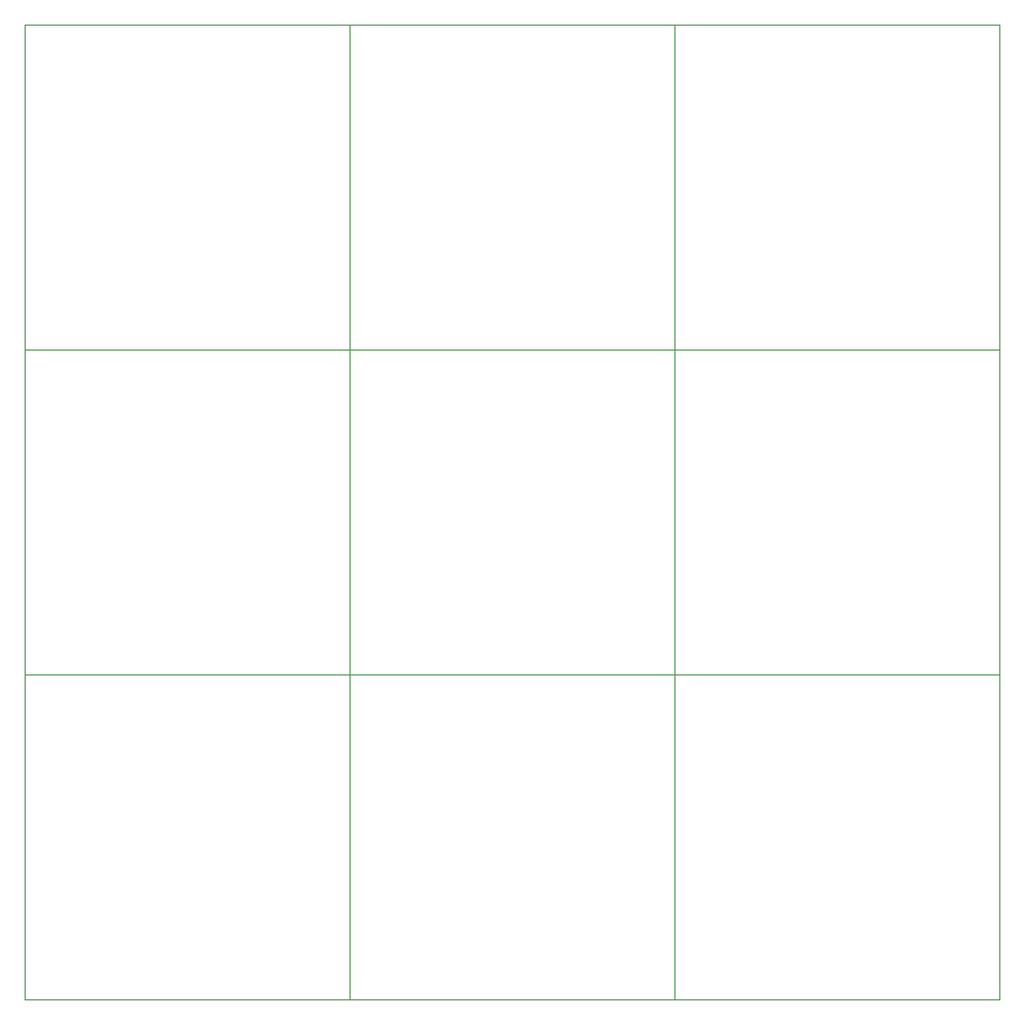
<source format=gbr>
G04 #@! TF.GenerationSoftware,KiCad,Pcbnew,5.1.5-52549c5~86~ubuntu18.04.1*
G04 #@! TF.CreationDate,2020-10-13T14:08:53-05:00*
G04 #@! TF.ProjectId,,58585858-5858-4585-9858-585858585858,rev?*
G04 #@! TF.SameCoordinates,Original*
G04 #@! TF.FileFunction,Profile,NP*
%FSLAX46Y46*%
G04 Gerber Fmt 4.6, Leading zero omitted, Abs format (unit mm)*
G04 Created by KiCad (PCBNEW 5.1.5-52549c5~86~ubuntu18.04.1) date 2020-10-13 14:08:53*
%MOMM*%
%LPD*%
G04 APERTURE LIST*
%ADD10C,0.050000*%
G04 APERTURE END LIST*
D10*
X167218400Y-105775800D02*
X167218400Y-133715800D01*
X139278400Y-105775800D02*
X139278400Y-133715800D01*
X111338400Y-105775800D02*
X111338400Y-133715800D01*
X167218400Y-77835800D02*
X167218400Y-105775800D01*
X139278400Y-77835800D02*
X139278400Y-105775800D01*
X111338400Y-77835800D02*
X111338400Y-105775800D01*
X167218400Y-49895800D02*
X167218400Y-77835800D01*
X139278400Y-49895800D02*
X139278400Y-77835800D01*
X139278400Y-105775800D02*
X167218400Y-105775800D01*
X111338400Y-105775800D02*
X139278400Y-105775800D01*
X83398400Y-105775800D02*
X111338400Y-105775800D01*
X139278400Y-77835800D02*
X167218400Y-77835800D01*
X111338400Y-77835800D02*
X139278400Y-77835800D01*
X83398400Y-77835800D02*
X111338400Y-77835800D01*
X139278400Y-49895800D02*
X167218400Y-49895800D01*
X111338400Y-49895800D02*
X139278400Y-49895800D01*
X139278400Y-105775800D02*
X139278400Y-133715800D01*
X111338400Y-105775800D02*
X111338400Y-133715800D01*
X83398400Y-105775800D02*
X83398400Y-133715800D01*
X139278400Y-77835800D02*
X139278400Y-105775800D01*
X111338400Y-77835800D02*
X111338400Y-105775800D01*
X83398400Y-77835800D02*
X83398400Y-105775800D01*
X139278400Y-49895800D02*
X139278400Y-77835800D01*
X111338400Y-49895800D02*
X111338400Y-77835800D01*
X139278400Y-133715800D02*
X167218400Y-133715800D01*
X111338400Y-133715800D02*
X139278400Y-133715800D01*
X83398400Y-133715800D02*
X111338400Y-133715800D01*
X139278400Y-105775800D02*
X167218400Y-105775800D01*
X111338400Y-105775800D02*
X139278400Y-105775800D01*
X83398400Y-105775800D02*
X111338400Y-105775800D01*
X139278400Y-77835800D02*
X167218400Y-77835800D01*
X111338400Y-77835800D02*
X139278400Y-77835800D01*
X111338400Y-49895800D02*
X111338400Y-77835800D01*
X83398400Y-77835800D02*
X111338400Y-77835800D01*
X83398400Y-49895800D02*
X111338400Y-49895800D01*
X83398400Y-49895800D02*
X83398400Y-77835800D01*
M02*

</source>
